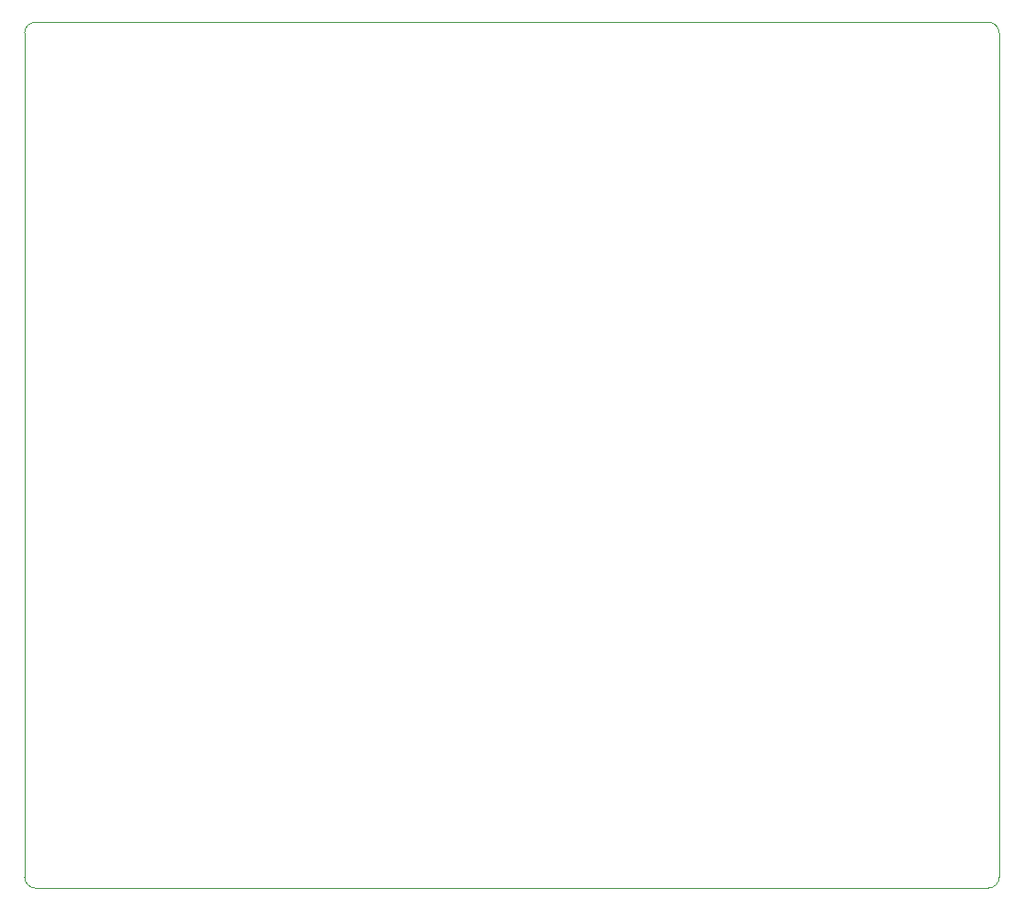
<source format=gm1>
%TF.GenerationSoftware,KiCad,Pcbnew,(5.1.10-1-10_14)*%
%TF.CreationDate,2022-04-01T14:18:11+03:00*%
%TF.ProjectId,Convertor_15v_to_20v:500v,436f6e76-6572-4746-9f72-5f3135765f74,rev?*%
%TF.SameCoordinates,Original*%
%TF.FileFunction,Profile,NP*%
%FSLAX46Y46*%
G04 Gerber Fmt 4.6, Leading zero omitted, Abs format (unit mm)*
G04 Created by KiCad (PCBNEW (5.1.10-1-10_14)) date 2022-04-01 14:18:11*
%MOMM*%
%LPD*%
G01*
G04 APERTURE LIST*
%TA.AperFunction,Profile*%
%ADD10C,0.050000*%
%TD*%
G04 APERTURE END LIST*
D10*
X209000000Y-71000000D02*
G75*
G02*
X210000000Y-72000000I0J-1000000D01*
G01*
X210000000Y-150000000D02*
G75*
G02*
X209000000Y-151000000I-1000000J0D01*
G01*
X121000000Y-151000000D02*
G75*
G02*
X120000000Y-150000000I0J1000000D01*
G01*
X120000000Y-72000000D02*
G75*
G02*
X121000000Y-71000000I1000000J0D01*
G01*
X120000000Y-150000000D02*
X120000000Y-72000000D01*
X209000000Y-151000000D02*
X121000000Y-151000000D01*
X210000000Y-72000000D02*
X210000000Y-150000000D01*
X121000000Y-71000000D02*
X209000000Y-71000000D01*
M02*

</source>
